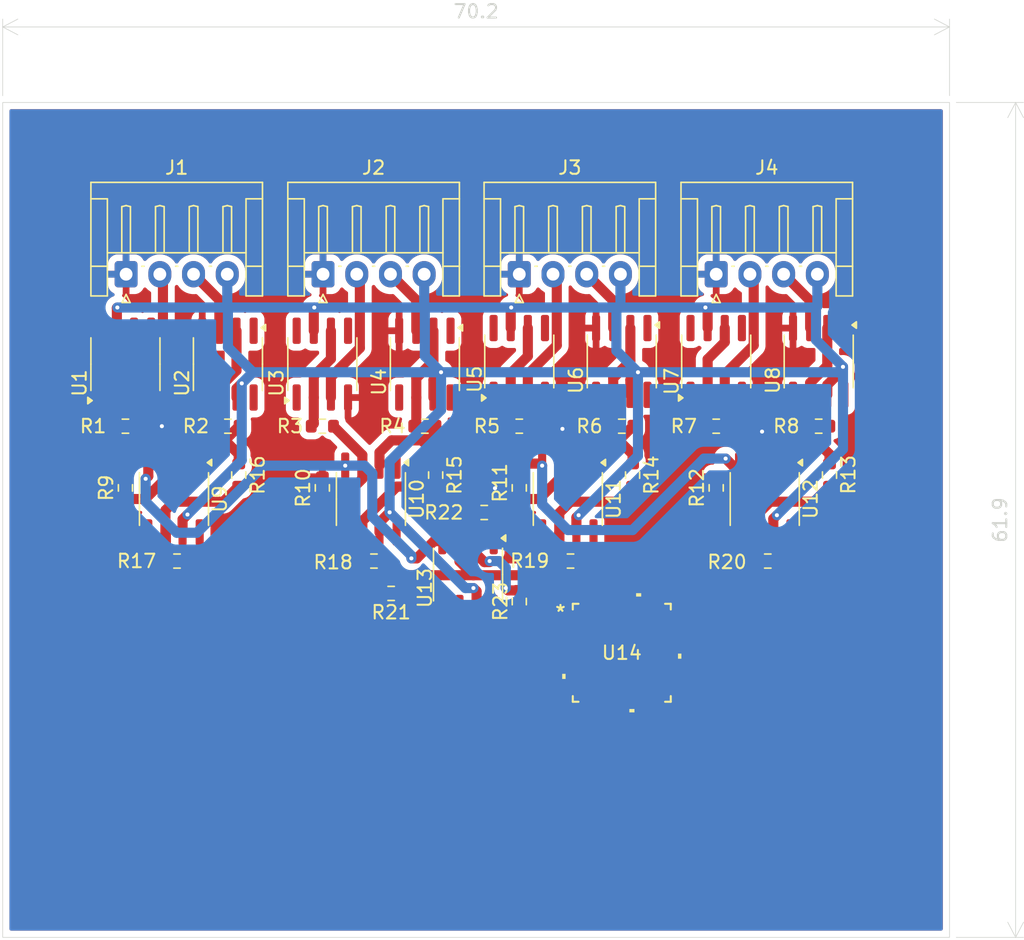
<source format=kicad_pcb>
(kicad_pcb (version 20241229) (generator "pcbnew") (generator_version "9.0")
  (layers (0 "F.Cu" signal) (2 "B.Cu" signal) (13 "F.Paste" user) (15 "B.Paste" user) (5 "F.SilkS" user "F.Silkscreen") (7 "B.SilkS" user "B.Silkscreen") (1 "F.Mask" user) (3 "B.Mask" user) (25 "Edge.Cuts" user))
  (net 0 "")
  (net 1 "+5V")
  (net 2 "GND")
  (net 3 "/AdaptacionDeSeñal/V1-")
  (net 4 "/AdaptacionDeSeñal/V1+")
  (net 5 "/AdaptacionDeSeñal/V2+")
  (net 6 "/AdaptacionDeSeñal/V2-")
  (net 7 "/AdaptacionDeSeñal/V3-")
  (net 8 "/AdaptacionDeSeñal/V3+")
  (net 9 "/AdaptacionDeSeñal/V4-")
  (net 10 "/AdaptacionDeSeñal/V4+")
  (net 11 "Net-(U9-+)")
  (net 12 "Net-(U1--)")
  (net 13 "Net-(U2--)")
  (net 14 "Net-(U9--)")
  (net 15 "Net-(U3--)")
  (net 16 "Net-(U10-+)")
  (net 17 "Net-(U10--)")
  (net 18 "Net-(U4--)")
  (net 19 "Net-(U5--)")
  (net 20 "Net-(U11-+)")
  (net 21 "Net-(U11--)")
  (net 22 "Net-(U6--)")
  (net 23 "Net-(U12-+)")
  (net 24 "Net-(U7--)")
  (net 25 "Net-(U12--)")
  (net 26 "Net-(U8--)")
  (net 27 "Net-(R13-Pad1)")
  (net 28 "Net-(R14-Pad1)")
  (net 29 "Net-(R15-Pad1)")
  (net 30 "Net-(R16-Pad1)")
  (net 31 "Net-(U13-+)")
  (net 32 "Net-(U13--)")
  (net 33 "/AdaptacionDeSeñal/Vo")
  (net 60 "-5V")
  (net 103 "/Microcontrolador/SCL")
  (net 107 "/Microcontrolador/SDA")
  (footprint "Resistor_SMD:R_0603_1608Metric" (layer "F.Cu") (at 93 55.2)
    (property "Reference" "R4")
    (property "Value" "1k")
  )
  (footprint "Resistor_SMD:R_0603_1608Metric" (layer "F.Cu") (at 114.6 55.2)
    (property "Reference" "R7")
    (property "Value" "1k")
  )
  (footprint "Connector_JST:JST_EH_S4B-EH_1x04_P2.50mm_Horizontal" (layer "F.Cu") (at 70.85 43.9325)
    (property "Reference" "J1")
    (property "Value" "Conn_01x04")
  )
  (footprint "Package_SO:SOIC-8_3.9x4.9mm_P1.27mm" (layer "F.Cu") (at 89 60.6 -90)
    (property "Reference" "U10")
    (property "Value" "OP07")
  )
  (footprint "Resistor_SMD:R_0603_1608Metric" (layer "F.Cu") (at 70.8 55.2)
    (property "Reference" "R1")
    (property "Value" "1k")
  )
  (footprint "Package_SO:SOIC-8_3.9x4.9mm_P1.27mm" (layer "F.Cu") (at 103.6 60.6 -90)
    (property "Reference" "U11")
    (property "Value" "OP07")
  )
  (footprint "Package_SO:SOIC-8_3.9x4.9mm_P1.27mm" (layer "F.Cu") (at 74.4 60.6 -90)
    (property "Reference" "U9")
    (property "Value" "OP07")
  )
  (footprint "Package_SO:SOIC-8_3.9x4.9mm_P1.27mm" (layer "F.Cu") (at 122.2 50.4 -90)
    (property "Reference" "U8")
    (property "Value" "OP07")
  )
  (footprint "Package_SO:SOIC-8_3.9x4.9mm_P1.27mm" (layer "F.Cu") (at 70.8 50.6 90)
    (property "Reference" "U1")
    (property "Value" "OP07")
  )
  (footprint "Package_SO:SOIC-8_3.9x4.9mm_P1.27mm" (layer "F.Cu") (at 85.4 50.6 90)
    (property "Reference" "U3")
    (property "Value" "OP07")
  )
  (footprint "Resistor_SMD:R_0603_1608Metric" (layer "F.Cu") (at 103.8 65.2)
    (property "Reference" "R19")
    (property "Value" "1k")
  )
  (footprint "Package_SO:SOIC-8_3.9x4.9mm_P1.27mm" (layer "F.Cu") (at 114.6 50.4 90)
    (property "Reference" "U7")
    (property "Value" "OP07")
  )
  (footprint "Resistor_SMD:R_0603_1608Metric" (layer "F.Cu") (at 118.425 65.2)
    (property "Reference" "R20")
    (property "Value" "1k")
  )
  (footprint "Connector_JST:JST_EH_S4B-EH_1x04_P2.50mm_Horizontal" (layer "F.Cu") (at 100 43.9325)
    (property "Reference" "J3")
    (property "Value" "Conn_01x04")
  )
  (footprint "Resistor_SMD:R_0603_1608Metric" (layer "F.Cu") (at 123 58.825 90)
    (property "Reference" "R13")
    (property "Value" "100k")
  )
  (footprint "Resistor_SMD:R_0603_1608Metric" (layer "F.Cu") (at 89.225 65.2)
    (property "Reference" "R18")
    (property "Value" "1k")
  )
  (footprint "Resistor_SMD:R_0603_1608Metric" (layer "F.Cu") (at 100 68.2 -90)
    (property "Reference" "R23")
    (property "Value" "1k")
  )
  (footprint "Resistor_SMD:R_0603_1608Metric" (layer "F.Cu") (at 93.8 58.825 90)
    (property "Reference" "R15")
    (property "Value" "100k")
  )
  (footprint "Resistor_SMD:R_0603_1608Metric" (layer "F.Cu") (at 100 59.775 90)
    (property "Reference" "R11")
    (property "Value" "100k")
  )
  (footprint "Package_SO:SOIC-8_3.9x4.9mm_P1.27mm" (layer "F.Cu") (at 118.2 60.6 -90)
    (property "Reference" "U12")
    (property "Value" "OP07")
  )
  (footprint "Resistor_SMD:R_0603_1608Metric" (layer "F.Cu") (at 70.8 59.775 90)
    (property "Reference" "R9")
    (property "Value" "100k")
  )
  (footprint "Package_SO:SOIC-8_3.9x4.9mm_P1.27mm" (layer "F.Cu") (at 93 50.6 -90)
    (property "Reference" "U4")
    (property "Value" "OP07")
  )
  (footprint "Resistor_SMD:R_0603_1608Metric" (layer "F.Cu") (at 74.625 65.2)
    (property "Reference" "R17")
    (property "Value" "1k")
  )
  (footprint "Package_SO:SOIC-8_3.9x4.9mm_P1.27mm" (layer "F.Cu") (at 100 50.4 90)
    (property "Reference" "U5")
    (property "Value" "OP07")
  )
  (footprint "Connector_JST:JST_EH_S4B-EH_1x04_P2.50mm_Horizontal" (layer "F.Cu") (at 114.6 43.9325)
    (property "Reference" "J4")
    (property "Value" "Conn_01x04")
  )
  (footprint "Resistor_SMD:R_0603_1608Metric" (layer "F.Cu") (at 100 55.2)
    (property "Reference" "R5")
    (property "Value" "1k")
  )
  (footprint "footprints_1:VQFN48_U5B_MCH-M" (layer "F.Cu") (at 107.6 72)
    (property "Reference" "U14")
    (property "Value" "PIC32CM2532LS00048-I/U5B")
  )
  (footprint "Package_SO:SOIC-8_3.9x4.9mm_P1.27mm" (layer "F.Cu") (at 107.6 50.4 -90)
    (property "Reference" "U6")
    (property "Value" "OP07")
  )
  (footprint "Resistor_SMD:R_0603_1608Metric" (layer "F.Cu") (at 107.6 55.2)
    (property "Reference" "R6")
    (property "Value" "1k")
  )
  (footprint "Connector_JST:JST_EH_S4B-EH_1x04_P2.50mm_Horizontal" (layer "F.Cu") (at 85.45 43.9325)
    (property "Reference" "J2")
    (property "Value" "Conn_01x04")
  )
  (footprint "Resistor_SMD:R_0603_1608Metric" (layer "F.Cu") (at 97.4 61.6 180)
    (property "Reference" "R22")
    (property "Value" "1k2")
  )
  (footprint "Resistor_SMD:R_0603_1608Metric" (layer "F.Cu") (at 90.5 67.6)
    (property "Reference" "R21")
    (property "Value" "1k2")
  )
  (footprint "Package_SO:SOIC-8_3.9x4.9mm_P1.27mm" (layer "F.Cu") (at 78.4 50.6 -90)
    (property "Reference" "U2")
    (property "Value" "OP07")
  )
  (footprint "Package_SO:SOIC-8_3.9x4.9mm_P1.27mm" (layer "F.Cu") (at 96.2 66.2 -90)
    (property "Reference" "U13")
    (property "Value" "OP07")
  )
  (footprint "Resistor_SMD:R_0603_1608Metric" (layer "F.Cu") (at 85.4 55.2)
    (property "Reference" "R3")
    (property "Value" "1k")
  )
  (footprint "Resistor_SMD:R_0603_1608Metric" (layer "F.Cu") (at 108.4 58.825 90)
    (property "Reference" "R14")
    (property "Value" "100k")
  )
  (footprint "Resistor_SMD:R_0603_1608Metric" (layer "F.Cu") (at 114.6 59.775 90)
    (property "Reference" "R12")
    (property "Value" "100k")
  )
  (footprint "Resistor_SMD:R_0603_1608Metric" (layer "F.Cu") (at 79.2 58.825 90)
    (property "Reference" "R16")
    (property "Value" "100k")
  )
  (footprint "Resistor_SMD:R_0603_1608Metric" (layer "F.Cu") (at 78.4 55.2)
    (property "Reference" "R2")
    (property "Value" "1k")
  )
  (footprint "Resistor_SMD:R_0603_1608Metric" (layer "F.Cu") (at 122.2 55.2)
    (property "Reference" "R8")
    (property "Value" "1k")
  )
  (footprint "Resistor_SMD:R_0603_1608Metric" (layer "F.Cu") (at 85.4 59.775 90)
    (property "Reference" "R10")
    (property "Value" "100k")
  )
  (gr_rect (start 61.7 31.2) (end 131.9 93.1) (stroke (width 0.05)) (fill no) (layer "Edge.Cuts"))
  (dimension (type orthogonal) (layer "Edge.Cuts") (pts (xy 131.9 93.1) (xy 131.9 31.2)) (height 4.9) (orientation 1) (format (prefix "") (suffix "") (units 3) (units_format 0) (precision 4) (suppress_zeroes yes)) (style (thickness 0.05) (arrow_length 1.27) (text_position_mode 0) (arrow_direction outward) (extension_height 0.58642) (extension_offset 0.5) (keep_text_aligned yes)) (gr_text "61.9" (at 135.65 62.15 90) (layer "Edge.Cuts") (effects (font (size 1 1) (thickness 0.15)))))
  (dimension (type orthogonal) (layer "Edge.Cuts") (pts (xy 131.9 31.2) (xy 61.7 31.2)) (height -5.6) (orientation 0) (format (prefix "") (suffix "") (units 3) (units_format 0) (precision 4) (suppress_zeroes yes)) (style (thickness 0.05) (arrow_length 1.27) (text_position_mode 0) (arrow_direction outward) (extension_height 0.58642) (extension_offset 0.5) (keep_text_aligned yes)) (gr_text "70.2" (at 96.8 24.45 0) (layer "Edge.Cuts") (effects (font (size 1 1) (thickness 0.15)))))
  (segment (start 70.165 48.125) (end 70.165 46.435) (width 0.75) (layer "F.Cu") (net 1))
  (segment (start 113.965 47.925) (end 113.965 46.565) (width 0.75) (layer "F.Cu") (net 1))
  (segment (start 79.035 53.075) (end 79.035 52.414041) (width 0.75) (layer "F.Cu") (net 1))
  (segment (start 118.835 63.075) (end 118.835 62.065) (width 0.75) (layer "F.Cu") (net 1))
  (segment (start 99.365 46.435) (end 99.4 46.4) (width 0.75) (layer "F.Cu") (net 1))
  (segment (start 108.235 51.765) (end 108.8 51.2) (width 0.75) (layer "F.Cu") (net 1))
  (segment (start 122.835 52.139124) (end 124 50.974124) (width 0.75) (layer "F.Cu") (net 1))
  (segment (start 118.835 62.065) (end 119.1 61.8) (width 0.75) (layer "F.Cu") (net 1))
  (segment (start 89.635 62.339124) (end 90.387062 61.587062) (width 0.75) (layer "F.Cu") (net 1))
  (segment (start 89.635 63.075) (end 89.635 62.339124) (width 0.75) (layer "F.Cu") (net 1))
  (segment (start 75.035 63.075) (end 75.035 62.116) (width 0.75) (layer "F.Cu") (net 1))
  (segment (start 122.835 52.875) (end 122.835 52.139124) (width 0.75) (layer "F.Cu") (net 1))
  (segment (start 96.835 67.437) (end 96.6 67.202) (width 0.75) (layer "F.Cu") (net 1))
  (segment (start 93.635 51.765) (end 94.2 51.2) (width 0.75) (layer "F.Cu") (net 1))
  (segment (start 93.635 53.075) (end 93.635 51.765) (width 0.75) (layer "F.Cu") (net 1))
  (segment (start 70.165 46.435) (end 70.2 46.4) (width 0.75) (layer "F.Cu") (net 1))
  (segment (start 84.765 48.125) (end 84.765 46.435) (width 0.75) (layer "F.Cu") (net 1))
  (segment (start 96.835 68.675) (end 96.835 67.437) (width 0.75) (layer "F.Cu") (net 1))
  (segment (start 104.235 61.965) (end 104.4 61.8) (width 0.75) (layer "F.Cu") (net 1))
  (segment (start 108.235 52.875) (end 108.235 51.765) (width 0.75) (layer "F.Cu") (net 1))
  (segment (start 75.035 62.116) (end 75.4 61.751) (width 0.75) (layer "F.Cu") (net 1))
  (segment (start 84.765 46.435) (end 84.8 46.4) (width 0.75) (layer "F.Cu") (net 1))
  (segment (start 104.235 63.075) (end 104.235 61.965) (width 0.75) (layer "F.Cu") (net 1))
  (segment (start 79.035 52.414041) (end 79.424521 52.02452) (width 0.75) (layer "F.Cu") (net 1))
  (segment (start 113.965 46.565) (end 113.8 46.4) (width 0.75) (layer "F.Cu") (net 1))
  (segment (start 99.365 47.925) (end 99.365 46.435) (width 0.75) (layer "F.Cu") (net 1))
  (segment (start 124 50.974124) (end 124 50.8) (width 0.75) (layer "F.Cu") (net 1))
  (via (at 108.8 51.2) (size 0.6) (drill 0.3) (layers "F.Cu" "B.Cu") (net 1))
  (via (at 104.4 61.8) (size 0.6) (drill 0.3) (layers "F.Cu" "B.Cu") (net 1))
  (via (at 94.2 51.2) (size 0.6) (drill 0.3) (layers "F.Cu" "B.Cu") (net 1))
  (via (at 70.2 46.4) (size 0.6) (drill 0.3) (layers "F.Cu" "B.Cu") (net 1))
  (via (at 99.4 46.4) (size 0.6) (drill 0.3) (layers "F.Cu" "B.Cu") (net 1))
  (via (at 75.4 61.751) (size 0.6) (drill 0.3) (layers "F.Cu" "B.Cu") (net 1))
  (via (at 84.8 46.4) (size 0.6) (drill 0.3) (layers "F.Cu" "B.Cu") (net 1))
  (via (at 124 50.8) (size 0.6) (drill 0.3) (layers "F.Cu" "B.Cu") (net 1))
  (via (at 79.424521 52.02452) (size 0.6) (drill 0.3) (layers "F.Cu" "B.Cu") (net 1))
  (via (at 90.387062 61.587062) (size 0.6) (drill 0.3) (layers "F.Cu" "B.Cu") (net 1))
  (via (at 96.6 67.202) (size 0.6) (drill 0.3) (layers "F.Cu" "B.Cu") (net 1))
  (via (at 113.8 46.4) (size 0.6) (drill 0.3) (layers "F.Cu" "B.Cu") (net 1))
  (via (at 119.1 61.8) (size 0.6) (drill 0.3) (layers "F.Cu" "B.Cu") (net 1))
  (segment (start 107.5 46.3) (end 107.6 46.4) (width 0.75) (layer "B.Cu") (net 1))
  (segment (start 78.4 49.350959) (end 80.249041 51.2) (width 0.75) (layer "B.Cu") (net 1))
  (segment (start 107.6 46.4) (end 113.8 46.4) (width 0.75) (layer "B.Cu") (net 1))
  (segment (start 79.424521 57.726479) (end 79.424521 52.02452) (width 0.75) (layer "B.Cu") (net 1))
  (segment (start 75.4 61.751) (end 79.424521 57.726479) (width 0.75) (layer "B.Cu") (net 1))
  (segment (start 93 46.4) (end 93 50) (width 0.75) (layer "B.Cu") (net 1))
  (segment (start 108.8 51.2) (end 108.8 57.4) (width 0.75) (layer "B.Cu") (net 1))
  (segment (start 122 48.8) (end 124 50.8) (width 0.75) (layer "B.Cu") (net 1))
  (segment (start 107.2 46.4) (end 107.2 49.6) (width 0.75) (layer "B.Cu") (net 1))
  (segment (start 124 56.9) (end 124 50.8) (width 0.75) (layer "B.Cu") (net 1))
  (segment (start 122.1 43.9325) (end 122.1 46.3) (width 0.75) (layer "B.Cu") (net 1))
  (segment (start 90.387062 57.812938) (end 94.2 54) (width 0.75) (layer "B.Cu") (net 1))
  (segment (start 93 50) (end 94.2 51.2) (width 0.75) (layer "B.Cu") (net 1))
  (segment (start 92.95 46.35) (end 93 46.4) (width 0.75) (layer "B.Cu") (net 1))
  (segment (start 90.387062 61.587062) (end 90.387062 57.812938) (width 0.75) (layer "B.Cu") (net 1))
  (segment (start 96.6 67.202) (end 96.002 67.202) (width 0.75) (layer "B.Cu") (net 1))
  (segment (start 78.4 46.4) (end 78.4 49.350959) (width 0.75) (layer "B.Cu") (net 1))
  (segment (start 70.2 46.4) (end 78.4 46.4) (width 0.75) (layer "B.Cu") (net 1))
  (segment (start 107.2 46.4) (end 107.6 46.4) (width 0.75) (layer "B.Cu") (net 1))
  (segment (start 124 50.8) (end 123.6 51.2) (width 0.75) (layer "B.Cu") (net 1))
  (segment (start 94.2 51.2) (end 80.249041 51.2) (width 0.75) (layer "B.Cu") (net 1))
  (segment (start 99.4 46.4) (end 107.2 46.4) (width 0.75) (layer "B.Cu") (net 1))
  (segment (start 93 46.4) (end 99.4 46.4) (width 0.75) (layer "B.Cu") (net 1))
  (segment (start 107.2 49.6) (end 108.8 51.2) (width 0.75) (layer "B.Cu") (net 1))
  (segment (start 110 51.2) (end 108.8 51.2) (width 0.75) (layer "B.Cu") (net 1))
  (segment (start 92.95 43.9325) (end 92.95 46.35) (width 0.75) (layer "B.Cu") (net 1))
  (segment (start 94.2 54) (end 94.2 51.2) (width 0.75) (layer "B.Cu") (net 1))
  (segment (start 119.1 61.8) (end 124 56.9) (width 0.75) (layer "B.Cu") (net 1))
  (segment (start 84.8 46.4) (end 93 46.4) (width 0.75) (layer "B.Cu") (net 1))
  (segment (start 122 46.4) (end 113.8 46.4) (width 0.75) (layer "B.Cu") (net 1))
  (segment (start 78.35 46.35) (end 78.4 46.4) (width 0.75) (layer "B.Cu") (net 1))
  (segment (start 108.8 51.2) (end 94.2 51.2) (width 0.75) (layer "B.Cu") (net 1))
  (segment (start 123.6 51.2) (end 110 51.2) (width 0.75) (layer "B.Cu") (net 1))
  (segment (start 96.002 67.202) (end 90.387062 61.587062) (width 0.75) (layer "B.Cu") (net 1))
  (segment (start 107.5 43.9325) (end 107.5 46.3) (width 0.75) (layer "B.Cu") (net 1))
  (segment (start 122.1 46.3) (end 122 46.4) (width 0.75) (layer "B.Cu") (net 1))
  (segment (start 108.8 57.4) (end 104.4 61.8) (width 0.75) (layer "B.Cu") (net 1))
  (segment (start 78.35 43.9325) (end 78.35 46.35) (width 0.75) (layer "B.Cu") (net 1))
  (segment (start 78.4 46.4) (end 84.8 46.4) (width 0.75) (layer "B.Cu") (net 1))
  (segment (start 80.249041 51.2) (end 79.424521 52.02452) (width 0.75) (layer "B.Cu") (net 1))
  (segment (start 122 46.4) (end 122 48.8) (width 0.75) (layer "B.Cu") (net 1))
  (via (at 118 55.6) (size 0.6) (drill 0.3) (layers "F.Cu" "B.Cu") (net 2))
  (via (at 73.5 55.2) (size 0.6) (drill 0.3) (layers "F.Cu" "B.Cu") (net 2))
  (via (at 98.2 59.8) (size 0.6) (drill 0.3) (layers "F.Cu" "B.Cu") (net 2))
  (via (at 103.2 55.4) (size 0.6) (drill 0.3) (layers "F.Cu" "B.Cu") (net 2))
  (segment (start 75.85 43.9325) (end 77.765 45.8475) (width 0.75) (layer "F.Cu") (net 3))
  (segment (start 77.765 45.8475) (end 77.765 48.125) (width 0.75) (layer "F.Cu") (net 3))
  (segment (start 73.581 44.1635) (end 73.581 49.405124) (width 0.75) (layer "F.Cu") (net 4))
  (segment (start 73.581 49.405124) (end 71.435 51.551124) (width 0.75) (layer "F.Cu") (net 4))
  (segment (start 73.35 43.9325) (end 73.581 44.1635) (width 0.75) (layer "F.Cu") (net 4))
  (segment (start 71.435 51.551124) (end 71.435 53.075) (width 0.75) (layer "F.Cu") (net 4))
  (segment (start 88.181 44.1635) (end 88.181 49.405124) (width 0.75) (layer "F.Cu") (net 5))
  (segment (start 86.035 51.551124) (end 86.035 53.075) (width 0.75) (layer "F.Cu") (net 5))
  (segment (start 87.95 43.9325) (end 88.181 44.1635) (width 0.75) (layer "F.Cu") (net 5))
  (segment (start 88.181 49.405124) (end 86.035 51.551124) (width 0.75) (layer "F.Cu") (net 5))
  (segment (start 90.45 43.9325) (end 92.365 45.8475) (width 0.75) (layer "F.Cu") (net 6))
  (segment (start 92.365 45.8475) (end 92.365 48.125) (width 0.75) (layer "F.Cu") (net 6))
  (segment (start 106.965 45.8975) (end 106.965 47.925) (width 0.75) (layer "F.Cu") (net 7))
  (segment (start 105 43.9325) (end 106.965 45.8975) (width 0.75) (layer "F.Cu") (net 7))
  (segment (start 102.781 44.2135) (end 102.781 49.205124) (width 0.75) (layer "F.Cu") (net 8))
  (segment (start 102.5 43.9325) (end 102.781 44.2135) (width 0.75) (layer "F.Cu") (net 8))
  (segment (start 102.781 49.205124) (end 100.635 51.351124) (width 0.75) (layer "F.Cu") (net 8))
  (segment (start 100.635 51.351124) (end 100.635 52.875) (width 0.75) (layer "F.Cu") (net 8))
  (segment (start 102.15 43.9325) (end 102.486 44.2685) (width 0.75) (layer "F.Cu") (net 8))
  (segment (start 119.6 43.9325) (end 121.565 45.8975) (width 0.75) (layer "F.Cu") (net 9))
  (segment (start 121.565 45.8975) (end 121.565 47.925) (width 0.75) (layer "F.Cu") (net 9))
  (segment (start 117.381 44.2135) (end 117.381 49.205124) (width 0.75) (layer "F.Cu") (net 10))
  (segment (start 117.1 43.9325) (end 117.381 44.2135) (width 0.75) (layer "F.Cu") (net 10))
  (segment (start 117.381 49.205124) (end 115.235 51.351124) (width 0.75) (layer "F.Cu") (net 10))
  (segment (start 115.235 51.351124) (end 115.235 52.875) (width 0.75) (layer "F.Cu") (net 10))
  (segment (start 72.264999 60.6) (end 70.8 60.6) (width 0.75) (layer "F.Cu") (net 11))
  (segment (start 73.765 57.34) (end 73.765 58.125) (width 0.75) (layer "F.Cu") (net 11))
  (segment (start 73.765 59.099999) (end 72.264999 60.6) (width 0.75) (layer "F.Cu") (net 11))
  (segment (start 71.625 55.2) (end 73.765 57.34) (width 0.75) (layer "F.Cu") (net 11))
  (segment (start 73.765 58.125) (end 73.765 59.099999) (width 0.75) (layer "F.Cu") (net 11))
  (segment (start 70.165 51.476206) (end 70.165 53.075) (width 0.75) (layer "F.Cu") (net 12))
  (segment (start 70.165 53.075) (end 70.165 55.01) (width 0.75) (layer "F.Cu") (net 12))
  (segment (start 71.435 48.125) (end 71.435 50.206206) (width 0.75) (layer "F.Cu") (net 12))
  (segment (start 70.165 55.01) (end 69.975 55.2) (width 0.75) (layer "F.Cu") (net 12))
  (segment (start 71.435 50.206206) (end 70.165 51.476206) (width 0.75) (layer "F.Cu") (net 12))
  (segment (start 77.765 55.01) (end 77.575 55.2) (width 0.75) (layer "F.Cu") (net 13))
  (segment (start 77.765 53.075) (end 77.765 55.01) (width 0.75) (layer "F.Cu") (net 13))
  (segment (start 77.765 52.339124) (end 77.765 53.075) (width 0.75) (layer "F.Cu") (net 13))
  (segment (start 79.035 51.069124) (end 77.765 52.339124) (width 0.75) (layer "F.Cu") (net 13))
  (segment (start 79.035 48.125) (end 79.035 51.069124) (width 0.75) (layer "F.Cu") (net 13))
  (segment (start 79.2 58) (end 79.2 57.277) (width 0.75) (layer "F.Cu") (net 14))
  (segment (start 75.035 58.125) (end 75.035 57.150001) (width 0.75) (layer "F.Cu") (net 14))
  (segment (start 75.035 57.150001) (end 75.934001 56.251) (width 0.75) (layer "F.Cu") (net 14))
  (segment (start 75.934001 56.251) (end 78.174 56.251) (width 0.75) (layer "F.Cu") (net 14))
  (segment (start 79.2 57.277) (end 78.174 56.251) (width 0.75) (layer "F.Cu") (net 14))
  (segment (start 78.174 56.251) (end 79.225 55.2) (width 0.75) (layer "F.Cu") (net 14))
  (segment (start 84.765 53.075) (end 84.765 55.01) (width 0.75) (layer "F.Cu") (net 15))
  (segment (start 84.765 51.476206) (end 84.765 53.075) (width 0.75) (layer "F.Cu") (net 15))
  (segment (start 84.765 55.01) (end 84.575 55.2) (width 0.75) (layer "F.Cu") (net 15))
  (segment (start 86.035 50.206206) (end 84.765 51.476206) (width 0.75) (layer "F.Cu") (net 15))
  (segment (start 86.035 48.125) (end 86.035 50.206206) (width 0.75) (layer "F.Cu") (net 15))
  (segment (start 88.365 59.099999) (end 86.864999 60.6) (width 0.75) (layer "F.Cu") (net 16))
  (segment (start 86.225 55.2) (end 88.365 57.34) (width 0.75) (layer "F.Cu") (net 16))
  (segment (start 86.864999 60.6) (end 85.4 60.6) (width 0.75) (layer "F.Cu") (net 16))
  (segment (start 88.365 58.125) (end 88.365 59.099999) (width 0.75) (layer "F.Cu") (net 16))
  (segment (start 88.365 57.34) (end 88.365 58.125) (width 0.75) (layer "F.Cu") (net 16))
  (segment (start 90.534001 56.251) (end 89.635 57.150001) (width 0.75) (layer "F.Cu") (net 17))
  (segment (start 93.8 57.277) (end 92.774 56.251) (width 0.75) (layer "F.Cu") (net 17))
  (segment (start 93.8 58) (end 93.8 57.277) (width 0.75) (layer "F.Cu") (net 17))
  (segment (start 92.774 56.251) (end 90.534001 56.251) (width 0.75) (layer "F.Cu") (net 17))
  (segment (start 89.635 57.150001) (end 89.635 58.125) (width 0.75) (layer "F.Cu") (net 17))
  (segment (start 93.825 55.2) (end 92.774 56.251) (width 0.75) (layer "F.Cu") (net 17))
  (segment (start 93.635 50.365) (end 92.365 51.635) (width 0.75) (layer "F.Cu") (net 18))
  (segment (start 92.365 53.075) (end 92.365 55.01) (width 0.75) (layer "F.Cu") (net 18))
  (segment (start 92.365 51.635) (end 92.365 53.075) (width 0.75) (layer "F.Cu") (net 18))
  (segment (start 92.365 55.01) (end 92.175 55.2) (width 0.75) (layer "F.Cu") (net 18))
  (segment (start 93.635 48.125) (end 93.635 50.365) (width 0.75) (layer "F.Cu") (net 18))
  (segment (start 100.635 47.925) (end 100.635 50.006206) (width 0.75) (layer "F.Cu") (net 19))
  (segment (start 99.365 52.875) (end 99.365 55.01) (width 0.75) (layer "F.Cu") (net 19))
  (segment (start 99.365 51.276206) (end 99.365 52.875) (width 0.75) (layer "F.Cu") (net 19))
  (segment (start 99.365 55.01) (end 99.175 55.2) (width 0.75) (layer "F.Cu") (net 19))
  (segment (start 100.635 50.006206) (end 99.365 51.276206) (width 0.75) (layer "F.Cu") (net 19))
  (segment (start 102.965 57.34) (end 102.965 58.125) (width 0.75) (layer "F.Cu") (net 20))
  (segment (start 102.965 59.099999) (end 101.464999 60.6) (width 0.75) (layer "F.Cu") (net 20))
  (segment (start 102.965 58.125) (end 102.965 59.099999) (width 0.75) (layer "F.Cu") (net 20))
  (segment (start 101.464999 60.6) (end 100 60.6) (width 0.75) (layer "F.Cu") (net 20))
  (segment (start 100.825 55.2) (end 102.965 57.34) (width 0.75) (layer "F.Cu") (net 20))
  (segment (start 108.425 55.2) (end 107.374 56.251) (width 0.75) (layer "F.Cu") (net 21))
  (segment (start 108.4 58) (end 108.4 57.277) (width 0.75) (layer "F.Cu") (net 21))
  (segment (start 104.611083 56.251) (end 104.235 56.627083) (width 0.75) (layer "F.Cu") (net 21))
  (segment (start 108.4 57.277) (end 107.374 56.251) (width 0.75) (layer "F.Cu") (net 21))
  (segment (start 107.374 56.251) (end 104.611083 56.251) (width 0.75) (layer "F.Cu") (net 21))
  (segment (start 104.235 56.627083) (end 104.235 58.125) (width 0.75) (layer "F.Cu") (net 21))
  (segment (start 108.235 50.365) (end 106.965 51.635) (width 0.75) (layer "F.Cu") (net 22))
  (segment (start 106.965 51.635) (end 106.965 52.875) (width 0.75) (layer "F.Cu") (net 22))
  (segment (start 106.965 52.875) (end 106.965 55.01) (width 0.75) (layer "F.Cu") (net 22))
  (segment (start 108.235 47.925) (end 108.235 50.365) (width 0.75) (layer "F.Cu") (net 22))
  (segment (start 106.965 55.01) (end 106.775 55.2) (width 0.75) (layer "F.Cu") (net 22))
  (segment (start 116.064999 60.6) (end 114.6 60.6) (width 0.75) (layer "F.Cu") (net 23))
  (segment (start 117.565 59.099999) (end 116.064999 60.6) (width 0.75) (layer "F.Cu") (net 23))
  (segment (start 117.565 58.125) (end 117.565 59.099999) (width 0.75) (layer "F.Cu") (net 23))
  (segment (start 115.425 55.2) (end 117.565 57.34) (width 0.75) (layer "F.Cu") (net 23))
  (segment (start 117.565 57.34) (end 117.565 58.125) (width 0.75) (layer "F.Cu") (net 23))
  (segment (start 115.235 48.965) (end 113.965 50.235) (width 0.75) (layer "F.Cu") (net 24))
  (segment (start 115.235 47.925) (end 115.235 48.965) (width 0.75) (layer "F.Cu") (net 24))
  (segment (start 113.965 50.235) (end 113.965 52.875) (width 0.75) (layer "F.Cu") (net 24))
  (segment (start 113.965 55.01) (end 113.775 55.2) (width 0.75) (layer "F.Cu") (net 24))
  (segment (start 113.965 52.875) (end 113.965 55.01) (width 0.75) (layer "F.Cu") (net 24))
  (segment (start 119.734001 56.251) (end 118.835 57.150001) (width 0.75) (layer "F.Cu") (net 25))
  (segment (start 121.974 56.251) (end 119.734001 56.251) (width 0.75) (layer "F.Cu") (net 25))
  (segment (start 118.835 57.150001) (end 118.835 58.125) (width 0.75) (layer "F.Cu") (net 25))
  (segment (start 123.025 55.2) (end 121.974 56.251) (width 0.75) (layer "F.Cu") (net 25))
  (segment (start 123 58) (end 123 57.277) (width 0.75) (layer "F.Cu") (net 25))
  (segment (start 123 57.277) (end 121.974 56.251) (width 0.75) (layer "F.Cu") (net 25))
  (segment (start 122.835 47.925) (end 122.835 50.717062) (width 0.75) (layer "F.Cu") (net 26))
  (segment (start 122.835 50.717062) (end 121.565 51.987062) (width 0.75) (layer "F.Cu") (net 26))
  (segment (start 121.565 55.01) (end 121.375 55.2) (width 0.75) (layer "F.Cu") (net 26))
  (segment (start 121.565 52.875) (end 121.565 55.01) (width 0.75) (layer "F.Cu") (net 26))
  (segment (start 121.565 51.987062) (end 121.565 52.875) (width 0.75) (layer "F.Cu") (net 26))
  (segment (start 118.6 60.8) (end 117.565 61.835) (width 0.75) (layer "F.Cu") (net 27))
  (segment (start 117.6 65.2) (end 117.6 63.11) (width 0.75) (layer "F.Cu") (net 27))
  (segment (start 117.6 63.11) (end 117.565 63.075) (width 0.75) (layer "F.Cu") (net 27))
  (segment (start 121.85 60.8) (end 118.6 60.8) (width 0.75) (layer "F.Cu") (net 27))
  (segment (start 117.565 61.835) (end 117.565 63.075) (width 0.75) (layer "F.Cu") (net 27))
  (segment (start 123 59.65) (end 121.85 60.8) (width 0.75) (layer "F.Cu") (net 27))
  (segment (start 108.4 59.65) (end 107.25 60.8) (width 0.75) (layer "F.Cu") (net 28))
  (segment (start 103.8 60.8) (end 102.965 61.635) (width 0.75) (layer "F.Cu") (net 28))
  (segment (start 102.965 61.635) (end 102.965 63.075) (width 0.75) (layer "F.Cu") (net 28))
  (segment (start 102.975 63.085) (end 102.965 63.075) (width 0.75) (layer "F.Cu") (net 28))
  (segment (start 107.25 60.8) (end 103.8 60.8) (width 0.75) (layer "F.Cu") (net 28))
  (segment (start 102.975 65.2) (end 102.975 63.085) (width 0.75) (layer "F.Cu") (net 28))
  (segment (start 93.774 59.676) (end 90.924 59.676) (width 0.75) (layer "F.Cu") (net 29))
  (segment (start 88.365 62.235) (end 88.365 63.075) (width 0.75) (layer "F.Cu") (net 29))
  (segment (start 90.924 59.676) (end 88.365 62.235) (width 0.75) (layer "F.Cu") (net 29))
  (segment (start 88.4 65.2) (end 88.4 63.11) (width 0.75) (layer "F.Cu") (net 29))
  (segment (start 88.4 63.11) (end 88.365 63.075) (width 0.75) (layer "F.Cu") (net 29))
  (segment (start 93.8 59.65) (end 93.774 59.676) (width 0.75) (layer "F.Cu") (net 29))
  (segment (start 78.05 60.8) (end 74.4 60.8) (width 0.75) (layer "F.Cu") (net 30))
  (segment (start 73.8 63.11) (end 73.765 63.075) (width 0.75) (layer "F.Cu") (net 30))
  (segment (start 73.8 65.2) (end 73.8 63.11) (width 0.75) (layer "F.Cu") (net 30))
  (segment (start 74.4 60.8) (end 73.765 61.435) (width 0.75) (layer "F.Cu") (net 30))
  (segment (start 73.765 61.435) (end 73.765 63.075) (width 0.75) (layer "F.Cu") (net 30))
  (segment (start 79.2 59.65) (end 78.05 60.8) (width 0.75) (layer "F.Cu") (net 30))
  (segment (start 75.45 65.2) (end 76.501 66.251) (width 0.75) (layer "F.Cu") (net 31))
  (segment (start 91.325 67.6) (end 91.325 66.475) (width 0.75) (layer "F.Cu") (net 31))
  (segment (start 103.574 66.251) (end 96.6 66.251) (width 0.75) (layer "F.Cu") (net 31))
  (segment (start 76.501 66.251) (end 88.999 66.251) (width 0.75) (layer "F.Cu") (net 31))
  (segment (start 88.999 66.251) (end 90.05 65.2) (width 0.75) (layer "F.Cu") (net 31))
  (segment (start 95.565 63.725) (end 95.565 65.216) (width 0.75) (layer "F.Cu") (net 31))
  (segment (start 96.6 66.251) (end 91.101 66.251) (width 0.75) (layer "F.Cu") (net 31))
  (segment (start 104.625 65.2) (end 103.574 66.251) (width 0.75) (layer "F.Cu") (net 31))
  (segment (start 91.101 66.251) (end 90.05 65.2) (width 0.75) (layer "F.Cu") (net 31))
  (segment (start 95.565 65.216) (end 96.6 66.251) (width 0.75) (layer "F.Cu") (net 31))
  (segment (start 118.199 66.251) (end 105.676 66.251) (width 0.75) (layer "F.Cu") (net 31))
  (segment (start 105.676 66.251) (end 104.625 65.2) (width 0.75) (layer "F.Cu") (net 31))
  (segment (start 119.25 65.2) (end 118.199 66.251) (width 0.75) (layer "F.Cu") (net 31))
  (segment (start 91.325 66.475) (end 91.101 66.251) (width 0.75) (layer "F.Cu") (net 31))
  (segment (start 97.411001 65.276) (end 97.8 65.276) (width 0.75) (layer "F.Cu") (net 32))
  (segment (start 96.835 64.699999) (end 97.411001 65.276) (width 0.75) (layer "F.Cu") (net 32))
  (segment (start 96.835 63.725) (end 96.835 61.86) (width 0.75) (layer "F.Cu") (net 32))
  (segment (start 96.835 63.725) (end 96.835 64.699999) (width 0.75) (layer "F.Cu") (net 32))
  (segment (start 100 67.375) (end 99.173 67.375) (width 0.75) (layer "F.Cu") (net 32))
  (segment (start 99.173 67.375) (end 99 67.202) (width 0.75) (layer "F.Cu") (net 32))
  (segment (start 96.835 61.86) (end 96.575 61.6) (width 0.75) (layer "F.Cu") (net 32))
  (via (at 97.8 65.2) (size 0.6) (drill 0.3) (layers "F.Cu" "B.Cu") (net 32))
  (via (at 99 67.202) (size 0.6) (drill 0.3) (layers "F.Cu" "B.Cu") (net 32))
  (segment (start 97.8 65.2) (end 98.5 65.2) (width 0.75) (layer "B.Cu") (net 32))
  (segment (start 99 65.7) (end 99 67.202) (width 0.75) (layer "B.Cu") (net 32))
  (segment (start 98.5 65.2) (end 99 65.7) (width 0.75) (layer "B.Cu") (net 32))
  (segment (start 98.799 70.226) (end 96.141001 70.226) (width 0.75) (layer "F.Cu") (net 33))
  (segment (start 96.141001 70.226) (end 95.565 69.649999) (width 0.75) (layer "F.Cu") (net 33))
  (segment (start 104.1202 70.250001) (end 101.225001 70.250001) (width 0.2) (layer "F.Cu") (net 33))
  (segment (start 95.565 69.649999) (end 95.565 68.675) (width 0.75) (layer "F.Cu") (net 33))
  (segment (start 101.225001 70.250001) (end 100 69.025) (width 0.2) (layer "F.Cu") (net 33))
  (segment (start 100 69.025) (end 98.799 70.226) (width 0.75) (layer "F.Cu") (net 33))
  (segment (start 115.825 58.125) (end 115.3 57.6) (width 0.75) (layer "F.Cu") (net 60))
  (segment (start 93.675 63.725) (end 94.295 63.725) (width 0.75) (layer "F.Cu") (net 60))
  (segment (start 116.295 58.125) (end 115.825 58.125) (width 0.75) (layer "F.Cu") (net 60))
  (segment (start 92 65) (end 92.4 65) (width 0.75) (layer "F.Cu") (net 60))
  (segment (start 72.495 58.905) (end 72.3 59.1) (width 0.75) (layer "F.Cu") (net 60))
  (segment (start 72.495 58.125) (end 72.495 58.905) (width 0.75) (layer "F.Cu") (net 60))
  (segment (start 94.295 63.725) (end 94.295 60.732972) (width 0.75) (layer "F.Cu") (net 60))
  (segment (start 92.4 65) (end 93.675 63.725) (width 0.75) (layer "F.Cu") (net 60))
  (segment (start 97.053972 57.974) (end 101.544 57.974) (width 0.75) (layer "F.Cu") (net 60))
  (segment (start 94.295 60.732972) (end 97.053972 57.974) (width 0.75) (layer "F.Cu") (net 60))
  (segment (start 101.544 57.974) (end 101.695 58.125) (width 0.75) (layer "F.Cu") (net 60))
  (via (at 87.095 58.125) (size 0.6) (drill 0.3) (layers "F.Cu" "B.Cu") (net 60))
  (via (at 72.3 59.1) (size 0.6) (drill 0.3) (layers "F.Cu" "B.Cu") (net 60))
  (via (at 92 65) (size 0.6) (drill 0.3) (layers "F.Cu" "B.Cu") (net 60))
  (via (at 101.695 58.125) (size 0.6) (drill 0.3) (layers "F.Cu" "B.Cu") (net 60))
  (via (at 115.3 57.6) (size 0.6) (drill 0.3) (layers "F.Cu" "B.Cu") (net 60))
  (segment (start 72.3 59.1) (end 72.3 60.8) (width 0.75) (layer "B.Cu") (net 60))
  (segment (start 76.1 63.1) (end 81.075 58.125) (width 0.75) (layer "B.Cu") (net 60))
  (segment (start 72.3 60.8) (end 74.6 63.1) (width 0.75) (layer "B.Cu") (net 60))
  (segment (start 92 65) (end 92 64.8) (width 0.75) (layer "B.Cu") (net 60))
  (segment (start 103.6 62.9) (end 101.695 60.995) (width 0.75) (layer "B.Cu") (net 60))
  (segment (start 89.1 61.9) (end 89.1 58.7) (width 0.75) (layer "B.Cu") (net 60))
  (segment (start 108.4 62.9) (end 103.6 62.9) (width 0.75) (layer "B.Cu") (net 60))
  (segment (start 81.075 58.125) (end 87.095 58.125) (width 0.75) (layer "B.Cu") (net 60))
  (segment (start 113.7 57.6) (end 108.4 62.9) (width 0.75) (layer "B.Cu") (net 60))
  (segment (start 115.3 57.6) (end 113.7 57.6) (width 0.75) (layer "B.Cu") (net 60))
  (segment (start 74.6 63.1) (end 76.1 63.1) (width 0.75) (layer "B.Cu") (net 60))
  (segment (start 89.1 58.7) (end 88.525 58.125) (width 0.75) (layer "B.Cu") (net 60))
  (segment (start 101.695 60.995) (end 101.695 58.125) (width 0.75) (layer "B.Cu") (net 60))
  (segment (start 92 64.8) (end 89.1 61.9) (width 0.75) (layer "B.Cu") (net 60))
  (segment (start 88.525 58.125) (end 87.095 58.125) (width 0.75) (layer "B.Cu") (net 60))
  (zone (net 2) (net_name "GND") (layers "F.Cu" "B.Cu") (connect_pads (clearance 0.5)) (min_thickness 0.25) (fill yes (thermal_gap 0.5) (thermal_bridge_width 0.5))
    (polygon (pts (xy 61.5 93.3) (xy 61.6 31.1) (xy 132 31.1) (xy 132 93.2)))
  )
)
</source>
